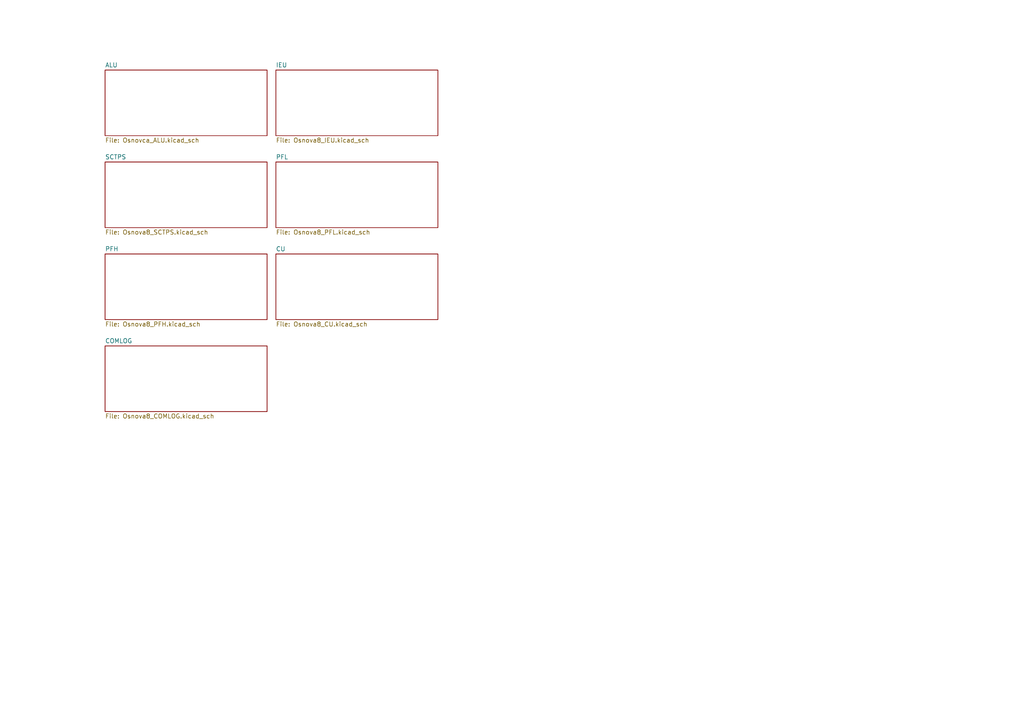
<source format=kicad_sch>
(kicad_sch
	(version 20250114)
	(generator "eeschema")
	(generator_version "9.0")
	(uuid "456db46a-756c-4960-9144-42cc59fc5d3d")
	(paper "A4")
	(title_block
		(title "Osnova 8 CPU")
		(date "2025-12-03")
	)
	(lib_symbols)
	(sheet
		(at 80.01 20.32)
		(size 46.99 19.05)
		(exclude_from_sim no)
		(in_bom yes)
		(on_board yes)
		(dnp no)
		(fields_autoplaced yes)
		(stroke
			(width 0.1524)
			(type solid)
		)
		(fill
			(color 0 0 0 0.0000)
		)
		(uuid "074d0cd8-8282-4273-a2dd-ab2979668d15")
		(property "Sheetname" "IEU"
			(at 80.01 19.6084 0)
			(effects
				(font
					(size 1.27 1.27)
				)
				(justify left bottom)
			)
		)
		(property "Sheetfile" "Osnova8_IEU.kicad_sch"
			(at 80.01 39.9546 0)
			(effects
				(font
					(size 1.27 1.27)
				)
				(justify left top)
			)
		)
		(instances
			(project "Osnova8"
				(path "/456db46a-756c-4960-9144-42cc59fc5d3d"
					(page "4")
				)
			)
		)
	)
	(sheet
		(at 30.48 100.33)
		(size 46.99 19.05)
		(exclude_from_sim no)
		(in_bom yes)
		(on_board yes)
		(dnp no)
		(fields_autoplaced yes)
		(stroke
			(width 0.1524)
			(type solid)
		)
		(fill
			(color 0 0 0 0.0000)
		)
		(uuid "21df4de7-ad86-4ac8-a589-8c65af7e3ef5")
		(property "Sheetname" "COMLOG"
			(at 30.48 99.6184 0)
			(effects
				(font
					(size 1.27 1.27)
				)
				(justify left bottom)
			)
		)
		(property "Sheetfile" "Osnova8_COMLOG.kicad_sch"
			(at 30.48 119.9646 0)
			(effects
				(font
					(size 1.27 1.27)
				)
				(justify left top)
			)
		)
		(instances
			(project "Osnova8"
				(path "/456db46a-756c-4960-9144-42cc59fc5d3d"
					(page "8")
				)
			)
		)
	)
	(sheet
		(at 80.01 46.99)
		(size 46.99 19.05)
		(exclude_from_sim no)
		(in_bom yes)
		(on_board yes)
		(dnp no)
		(fields_autoplaced yes)
		(stroke
			(width 0.1524)
			(type solid)
		)
		(fill
			(color 0 0 0 0.0000)
		)
		(uuid "4b8ac68d-2634-4bd6-b804-cf5f272996ea")
		(property "Sheetname" "PFL"
			(at 80.01 46.2784 0)
			(effects
				(font
					(size 1.27 1.27)
				)
				(justify left bottom)
			)
		)
		(property "Sheetfile" "Osnova8_PFL.kicad_sch"
			(at 80.01 66.6246 0)
			(effects
				(font
					(size 1.27 1.27)
				)
				(justify left top)
			)
		)
		(instances
			(project "Osnova8"
				(path "/456db46a-756c-4960-9144-42cc59fc5d3d"
					(page "5")
				)
			)
		)
	)
	(sheet
		(at 80.01 73.66)
		(size 46.99 19.05)
		(exclude_from_sim no)
		(in_bom yes)
		(on_board yes)
		(dnp no)
		(fields_autoplaced yes)
		(stroke
			(width 0.1524)
			(type solid)
		)
		(fill
			(color 0 0 0 0.0000)
		)
		(uuid "8200b1e9-4883-4041-ac68-c214e293dbd2")
		(property "Sheetname" "CU"
			(at 80.01 72.9484 0)
			(effects
				(font
					(size 1.27 1.27)
				)
				(justify left bottom)
			)
		)
		(property "Sheetfile" "Osnova8_CU.kicad_sch"
			(at 80.01 93.2946 0)
			(effects
				(font
					(size 1.27 1.27)
				)
				(justify left top)
			)
		)
		(instances
			(project "Osnova8"
				(path "/456db46a-756c-4960-9144-42cc59fc5d3d"
					(page "7")
				)
			)
		)
	)
	(sheet
		(at 30.48 20.32)
		(size 46.99 19.05)
		(exclude_from_sim no)
		(in_bom yes)
		(on_board yes)
		(dnp no)
		(fields_autoplaced yes)
		(stroke
			(width 0.1524)
			(type solid)
		)
		(fill
			(color 0 0 0 0.0000)
		)
		(uuid "a561741d-88de-4e8c-9cf7-5fda436f1d31")
		(property "Sheetname" "ALU"
			(at 30.48 19.6084 0)
			(effects
				(font
					(size 1.27 1.27)
				)
				(justify left bottom)
			)
		)
		(property "Sheetfile" "Osnovca_ALU.kicad_sch"
			(at 30.48 39.9546 0)
			(effects
				(font
					(size 1.27 1.27)
				)
				(justify left top)
			)
		)
		(instances
			(project "Osnova8"
				(path "/456db46a-756c-4960-9144-42cc59fc5d3d"
					(page "2")
				)
			)
		)
	)
	(sheet
		(at 30.48 73.66)
		(size 46.99 19.05)
		(exclude_from_sim no)
		(in_bom yes)
		(on_board yes)
		(dnp no)
		(fields_autoplaced yes)
		(stroke
			(width 0.1524)
			(type solid)
		)
		(fill
			(color 0 0 0 0.0000)
		)
		(uuid "d85546ea-8334-43c2-a7f1-19f62f8c1a06")
		(property "Sheetname" "PFH"
			(at 30.48 72.9484 0)
			(effects
				(font
					(size 1.27 1.27)
				)
				(justify left bottom)
			)
		)
		(property "Sheetfile" "Osnova8_PFH.kicad_sch"
			(at 30.48 93.2946 0)
			(effects
				(font
					(size 1.27 1.27)
				)
				(justify left top)
			)
		)
		(instances
			(project "Osnova8"
				(path "/456db46a-756c-4960-9144-42cc59fc5d3d"
					(page "6")
				)
			)
		)
	)
	(sheet
		(at 30.48 46.99)
		(size 46.99 19.05)
		(exclude_from_sim no)
		(in_bom yes)
		(on_board yes)
		(dnp no)
		(fields_autoplaced yes)
		(stroke
			(width 0.1524)
			(type solid)
		)
		(fill
			(color 0 0 0 0.0000)
		)
		(uuid "da42d14d-796d-402f-90a5-af19479f9d0f")
		(property "Sheetname" "SCTPS"
			(at 30.48 46.2784 0)
			(effects
				(font
					(size 1.27 1.27)
				)
				(justify left bottom)
			)
		)
		(property "Sheetfile" "Osnova8_SCTPS.kicad_sch"
			(at 30.48 66.6246 0)
			(effects
				(font
					(size 1.27 1.27)
				)
				(justify left top)
			)
		)
		(instances
			(project "Osnova8"
				(path "/456db46a-756c-4960-9144-42cc59fc5d3d"
					(page "4")
				)
			)
		)
	)
	(sheet_instances
		(path "/"
			(page "1")
		)
	)
	(embedded_fonts no)
)

</source>
